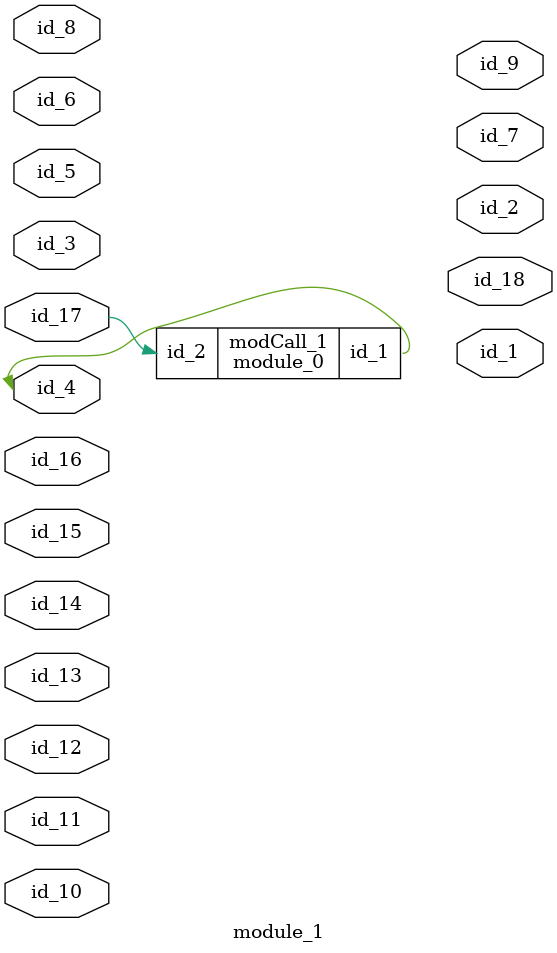
<source format=v>
module module_0 (
    id_1,
    id_2
);
  input wire id_2;
  inout wire id_1;
endmodule
module module_1 (
    id_1,
    id_2,
    id_3,
    id_4,
    id_5,
    id_6,
    id_7,
    id_8,
    id_9,
    id_10,
    id_11,
    id_12,
    id_13,
    id_14,
    id_15,
    id_16,
    id_17,
    id_18
);
  output wire id_18;
  input wire id_17;
  inout wire id_16;
  input wire id_15;
  inout wire id_14;
  inout wire id_13;
  input wire id_12;
  input wire id_11;
  inout wire id_10;
  output wire id_9;
  inout wire id_8;
  output wire id_7;
  input wire id_6;
  inout wire id_5;
  inout wire id_4;
  inout wire id_3;
  output wire id_2;
  output wire id_1;
  module_0 modCall_1 (
      id_4,
      id_17
  );
endmodule

</source>
